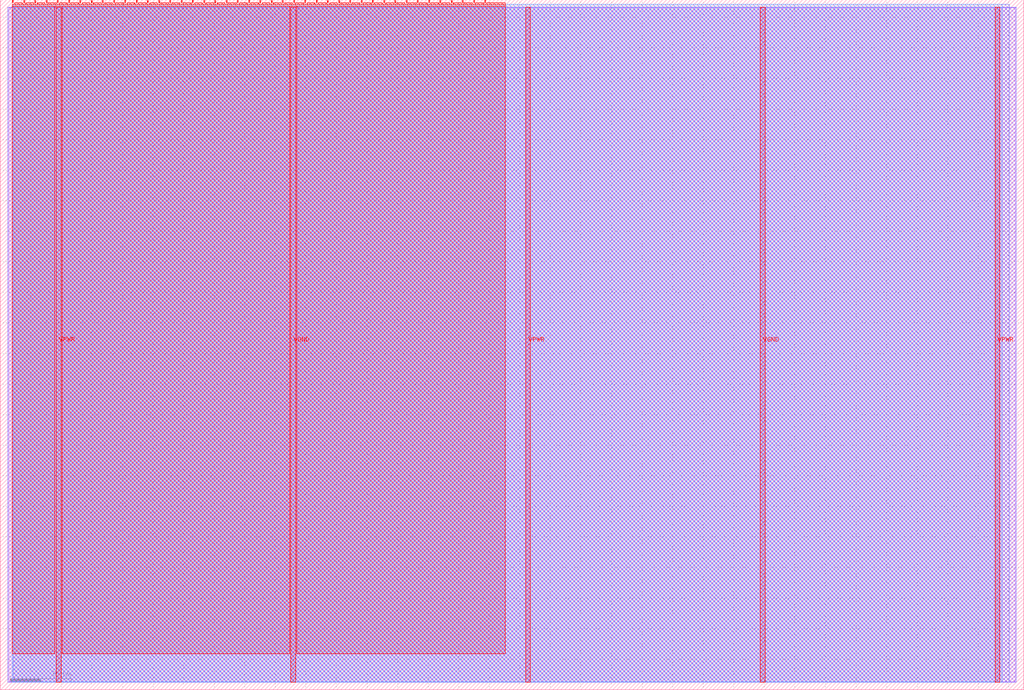
<source format=lef>
VERSION 5.7 ;
  NOWIREEXTENSIONATPIN ON ;
  DIVIDERCHAR "/" ;
  BUSBITCHARS "[]" ;
MACRO tt_um_ks_pyamnihc
  CLASS BLOCK ;
  FOREIGN tt_um_ks_pyamnihc ;
  ORIGIN 0.000 0.000 ;
  SIZE 334.880 BY 225.760 ;
  PIN VGND
    DIRECTION INOUT ;
    USE GROUND ;
    PORT
      LAYER met4 ;
        RECT 95.080 2.480 96.680 223.280 ;
    END
    PORT
      LAYER met4 ;
        RECT 248.680 2.480 250.280 223.280 ;
    END
  END VGND
  PIN VPWR
    DIRECTION INOUT ;
    USE POWER ;
    PORT
      LAYER met4 ;
        RECT 18.280 2.480 19.880 223.280 ;
    END
    PORT
      LAYER met4 ;
        RECT 171.880 2.480 173.480 223.280 ;
    END
    PORT
      LAYER met4 ;
        RECT 325.480 2.480 327.080 223.280 ;
    END
  END VPWR
  PIN clk
    DIRECTION INPUT ;
    USE SIGNAL ;
    ANTENNAGATEAREA 0.852000 ;
    PORT
      LAYER met4 ;
        RECT 154.870 224.760 155.170 225.760 ;
    END
  END clk
  PIN ena
    DIRECTION INPUT ;
    USE SIGNAL ;
    PORT
      LAYER met4 ;
        RECT 158.550 224.760 158.850 225.760 ;
    END
  END ena
  PIN rst_n
    DIRECTION INPUT ;
    USE SIGNAL ;
    ANTENNAGATEAREA 0.247500 ;
    PORT
      LAYER met4 ;
        RECT 151.190 224.760 151.490 225.760 ;
    END
  END rst_n
  PIN ui_in[0]
    DIRECTION INPUT ;
    USE SIGNAL ;
    ANTENNAGATEAREA 0.196500 ;
    PORT
      LAYER met4 ;
        RECT 147.510 224.760 147.810 225.760 ;
    END
  END ui_in[0]
  PIN ui_in[1]
    DIRECTION INPUT ;
    USE SIGNAL ;
    ANTENNAGATEAREA 0.196500 ;
    PORT
      LAYER met4 ;
        RECT 143.830 224.760 144.130 225.760 ;
    END
  END ui_in[1]
  PIN ui_in[2]
    DIRECTION INPUT ;
    USE SIGNAL ;
    ANTENNAGATEAREA 0.196500 ;
    PORT
      LAYER met4 ;
        RECT 140.150 224.760 140.450 225.760 ;
    END
  END ui_in[2]
  PIN ui_in[3]
    DIRECTION INPUT ;
    USE SIGNAL ;
    ANTENNAGATEAREA 0.196500 ;
    PORT
      LAYER met4 ;
        RECT 136.470 224.760 136.770 225.760 ;
    END
  END ui_in[3]
  PIN ui_in[4]
    DIRECTION INPUT ;
    USE SIGNAL ;
    ANTENNAGATEAREA 0.247500 ;
    PORT
      LAYER met4 ;
        RECT 132.790 224.760 133.090 225.760 ;
    END
  END ui_in[4]
  PIN ui_in[5]
    DIRECTION INPUT ;
    USE SIGNAL ;
    ANTENNAGATEAREA 0.196500 ;
    PORT
      LAYER met4 ;
        RECT 129.110 224.760 129.410 225.760 ;
    END
  END ui_in[5]
  PIN ui_in[6]
    DIRECTION INPUT ;
    USE SIGNAL ;
    ANTENNAGATEAREA 0.196500 ;
    PORT
      LAYER met4 ;
        RECT 125.430 224.760 125.730 225.760 ;
    END
  END ui_in[6]
  PIN ui_in[7]
    DIRECTION INPUT ;
    USE SIGNAL ;
    PORT
      LAYER met4 ;
        RECT 121.750 224.760 122.050 225.760 ;
    END
  END ui_in[7]
  PIN uio_in[0]
    DIRECTION INPUT ;
    USE SIGNAL ;
    ANTENNAGATEAREA 0.196500 ;
    PORT
      LAYER met4 ;
        RECT 118.070 224.760 118.370 225.760 ;
    END
  END uio_in[0]
  PIN uio_in[1]
    DIRECTION INPUT ;
    USE SIGNAL ;
    ANTENNAGATEAREA 0.213000 ;
    PORT
      LAYER met4 ;
        RECT 114.390 224.760 114.690 225.760 ;
    END
  END uio_in[1]
  PIN uio_in[2]
    DIRECTION INPUT ;
    USE SIGNAL ;
    PORT
      LAYER met4 ;
        RECT 110.710 224.760 111.010 225.760 ;
    END
  END uio_in[2]
  PIN uio_in[3]
    DIRECTION INPUT ;
    USE SIGNAL ;
    ANTENNAGATEAREA 0.213000 ;
    PORT
      LAYER met4 ;
        RECT 107.030 224.760 107.330 225.760 ;
    END
  END uio_in[3]
  PIN uio_in[4]
    DIRECTION INPUT ;
    USE SIGNAL ;
    PORT
      LAYER met4 ;
        RECT 103.350 224.760 103.650 225.760 ;
    END
  END uio_in[4]
  PIN uio_in[5]
    DIRECTION INPUT ;
    USE SIGNAL ;
    PORT
      LAYER met4 ;
        RECT 99.670 224.760 99.970 225.760 ;
    END
  END uio_in[5]
  PIN uio_in[6]
    DIRECTION INPUT ;
    USE SIGNAL ;
    PORT
      LAYER met4 ;
        RECT 95.990 224.760 96.290 225.760 ;
    END
  END uio_in[6]
  PIN uio_in[7]
    DIRECTION INPUT ;
    USE SIGNAL ;
    PORT
      LAYER met4 ;
        RECT 92.310 224.760 92.610 225.760 ;
    END
  END uio_in[7]
  PIN uio_oe[0]
    DIRECTION OUTPUT TRISTATE ;
    USE SIGNAL ;
    PORT
      LAYER met4 ;
        RECT 29.750 224.760 30.050 225.760 ;
    END
  END uio_oe[0]
  PIN uio_oe[1]
    DIRECTION OUTPUT TRISTATE ;
    USE SIGNAL ;
    PORT
      LAYER met4 ;
        RECT 26.070 224.760 26.370 225.760 ;
    END
  END uio_oe[1]
  PIN uio_oe[2]
    DIRECTION OUTPUT TRISTATE ;
    USE SIGNAL ;
    PORT
      LAYER met4 ;
        RECT 22.390 224.760 22.690 225.760 ;
    END
  END uio_oe[2]
  PIN uio_oe[3]
    DIRECTION OUTPUT TRISTATE ;
    USE SIGNAL ;
    PORT
      LAYER met4 ;
        RECT 18.710 224.760 19.010 225.760 ;
    END
  END uio_oe[3]
  PIN uio_oe[4]
    DIRECTION OUTPUT TRISTATE ;
    USE SIGNAL ;
    PORT
      LAYER met4 ;
        RECT 15.030 224.760 15.330 225.760 ;
    END
  END uio_oe[4]
  PIN uio_oe[5]
    DIRECTION OUTPUT TRISTATE ;
    USE SIGNAL ;
    PORT
      LAYER met4 ;
        RECT 11.350 224.760 11.650 225.760 ;
    END
  END uio_oe[5]
  PIN uio_oe[6]
    DIRECTION OUTPUT TRISTATE ;
    USE SIGNAL ;
    PORT
      LAYER met4 ;
        RECT 7.670 224.760 7.970 225.760 ;
    END
  END uio_oe[6]
  PIN uio_oe[7]
    DIRECTION OUTPUT TRISTATE ;
    USE SIGNAL ;
    PORT
      LAYER met4 ;
        RECT 3.990 224.760 4.290 225.760 ;
    END
  END uio_oe[7]
  PIN uio_out[0]
    DIRECTION OUTPUT TRISTATE ;
    USE SIGNAL ;
    PORT
      LAYER met4 ;
        RECT 59.190 224.760 59.490 225.760 ;
    END
  END uio_out[0]
  PIN uio_out[1]
    DIRECTION OUTPUT TRISTATE ;
    USE SIGNAL ;
    PORT
      LAYER met4 ;
        RECT 55.510 224.760 55.810 225.760 ;
    END
  END uio_out[1]
  PIN uio_out[2]
    DIRECTION OUTPUT TRISTATE ;
    USE SIGNAL ;
    ANTENNADIFFAREA 0.445500 ;
    PORT
      LAYER met4 ;
        RECT 51.830 224.760 52.130 225.760 ;
    END
  END uio_out[2]
  PIN uio_out[3]
    DIRECTION OUTPUT TRISTATE ;
    USE SIGNAL ;
    PORT
      LAYER met4 ;
        RECT 48.150 224.760 48.450 225.760 ;
    END
  END uio_out[3]
  PIN uio_out[4]
    DIRECTION OUTPUT TRISTATE ;
    USE SIGNAL ;
    ANTENNADIFFAREA 0.445500 ;
    PORT
      LAYER met4 ;
        RECT 44.470 224.760 44.770 225.760 ;
    END
  END uio_out[4]
  PIN uio_out[5]
    DIRECTION OUTPUT TRISTATE ;
    USE SIGNAL ;
    ANTENNADIFFAREA 0.795200 ;
    PORT
      LAYER met4 ;
        RECT 40.790 224.760 41.090 225.760 ;
    END
  END uio_out[5]
  PIN uio_out[6]
    DIRECTION OUTPUT TRISTATE ;
    USE SIGNAL ;
    ANTENNADIFFAREA 0.795200 ;
    PORT
      LAYER met4 ;
        RECT 37.110 224.760 37.410 225.760 ;
    END
  END uio_out[6]
  PIN uio_out[7]
    DIRECTION OUTPUT TRISTATE ;
    USE SIGNAL ;
    ANTENNADIFFAREA 0.795200 ;
    PORT
      LAYER met4 ;
        RECT 33.430 224.760 33.730 225.760 ;
    END
  END uio_out[7]
  PIN uo_out[0]
    DIRECTION OUTPUT TRISTATE ;
    USE SIGNAL ;
    ANTENNADIFFAREA 0.795200 ;
    PORT
      LAYER met4 ;
        RECT 88.630 224.760 88.930 225.760 ;
    END
  END uo_out[0]
  PIN uo_out[1]
    DIRECTION OUTPUT TRISTATE ;
    USE SIGNAL ;
    ANTENNADIFFAREA 0.795200 ;
    PORT
      LAYER met4 ;
        RECT 84.950 224.760 85.250 225.760 ;
    END
  END uo_out[1]
  PIN uo_out[2]
    DIRECTION OUTPUT TRISTATE ;
    USE SIGNAL ;
    ANTENNADIFFAREA 0.795200 ;
    PORT
      LAYER met4 ;
        RECT 81.270 224.760 81.570 225.760 ;
    END
  END uo_out[2]
  PIN uo_out[3]
    DIRECTION OUTPUT TRISTATE ;
    USE SIGNAL ;
    ANTENNADIFFAREA 0.795200 ;
    PORT
      LAYER met4 ;
        RECT 77.590 224.760 77.890 225.760 ;
    END
  END uo_out[3]
  PIN uo_out[4]
    DIRECTION OUTPUT TRISTATE ;
    USE SIGNAL ;
    ANTENNADIFFAREA 0.795200 ;
    PORT
      LAYER met4 ;
        RECT 73.910 224.760 74.210 225.760 ;
    END
  END uo_out[4]
  PIN uo_out[5]
    DIRECTION OUTPUT TRISTATE ;
    USE SIGNAL ;
    ANTENNADIFFAREA 0.795200 ;
    PORT
      LAYER met4 ;
        RECT 70.230 224.760 70.530 225.760 ;
    END
  END uo_out[5]
  PIN uo_out[6]
    DIRECTION OUTPUT TRISTATE ;
    USE SIGNAL ;
    ANTENNADIFFAREA 0.795200 ;
    PORT
      LAYER met4 ;
        RECT 66.550 224.760 66.850 225.760 ;
    END
  END uo_out[6]
  PIN uo_out[7]
    DIRECTION OUTPUT TRISTATE ;
    USE SIGNAL ;
    ANTENNADIFFAREA 0.795200 ;
    PORT
      LAYER met4 ;
        RECT 62.870 224.760 63.170 225.760 ;
    END
  END uo_out[7]
  OBS
      LAYER li1 ;
        RECT 2.760 2.635 332.120 223.125 ;
      LAYER met1 ;
        RECT 2.460 2.480 332.420 223.280 ;
      LAYER met2 ;
        RECT 4.230 2.535 330.180 224.245 ;
      LAYER met3 ;
        RECT 3.950 2.555 327.915 224.225 ;
      LAYER met4 ;
        RECT 4.690 224.360 7.270 224.760 ;
        RECT 8.370 224.360 10.950 224.760 ;
        RECT 12.050 224.360 14.630 224.760 ;
        RECT 15.730 224.360 18.310 224.760 ;
        RECT 19.410 224.360 21.990 224.760 ;
        RECT 23.090 224.360 25.670 224.760 ;
        RECT 26.770 224.360 29.350 224.760 ;
        RECT 30.450 224.360 33.030 224.760 ;
        RECT 34.130 224.360 36.710 224.760 ;
        RECT 37.810 224.360 40.390 224.760 ;
        RECT 41.490 224.360 44.070 224.760 ;
        RECT 45.170 224.360 47.750 224.760 ;
        RECT 48.850 224.360 51.430 224.760 ;
        RECT 52.530 224.360 55.110 224.760 ;
        RECT 56.210 224.360 58.790 224.760 ;
        RECT 59.890 224.360 62.470 224.760 ;
        RECT 63.570 224.360 66.150 224.760 ;
        RECT 67.250 224.360 69.830 224.760 ;
        RECT 70.930 224.360 73.510 224.760 ;
        RECT 74.610 224.360 77.190 224.760 ;
        RECT 78.290 224.360 80.870 224.760 ;
        RECT 81.970 224.360 84.550 224.760 ;
        RECT 85.650 224.360 88.230 224.760 ;
        RECT 89.330 224.360 91.910 224.760 ;
        RECT 93.010 224.360 95.590 224.760 ;
        RECT 96.690 224.360 99.270 224.760 ;
        RECT 100.370 224.360 102.950 224.760 ;
        RECT 104.050 224.360 106.630 224.760 ;
        RECT 107.730 224.360 110.310 224.760 ;
        RECT 111.410 224.360 113.990 224.760 ;
        RECT 115.090 224.360 117.670 224.760 ;
        RECT 118.770 224.360 121.350 224.760 ;
        RECT 122.450 224.360 125.030 224.760 ;
        RECT 126.130 224.360 128.710 224.760 ;
        RECT 129.810 224.360 132.390 224.760 ;
        RECT 133.490 224.360 136.070 224.760 ;
        RECT 137.170 224.360 139.750 224.760 ;
        RECT 140.850 224.360 143.430 224.760 ;
        RECT 144.530 224.360 147.110 224.760 ;
        RECT 148.210 224.360 150.790 224.760 ;
        RECT 151.890 224.360 154.470 224.760 ;
        RECT 155.570 224.360 158.150 224.760 ;
        RECT 159.250 224.360 165.305 224.760 ;
        RECT 3.975 223.680 165.305 224.360 ;
        RECT 3.975 11.735 17.880 223.680 ;
        RECT 20.280 11.735 94.680 223.680 ;
        RECT 97.080 11.735 165.305 223.680 ;
  END
END tt_um_ks_pyamnihc
END LIBRARY


</source>
